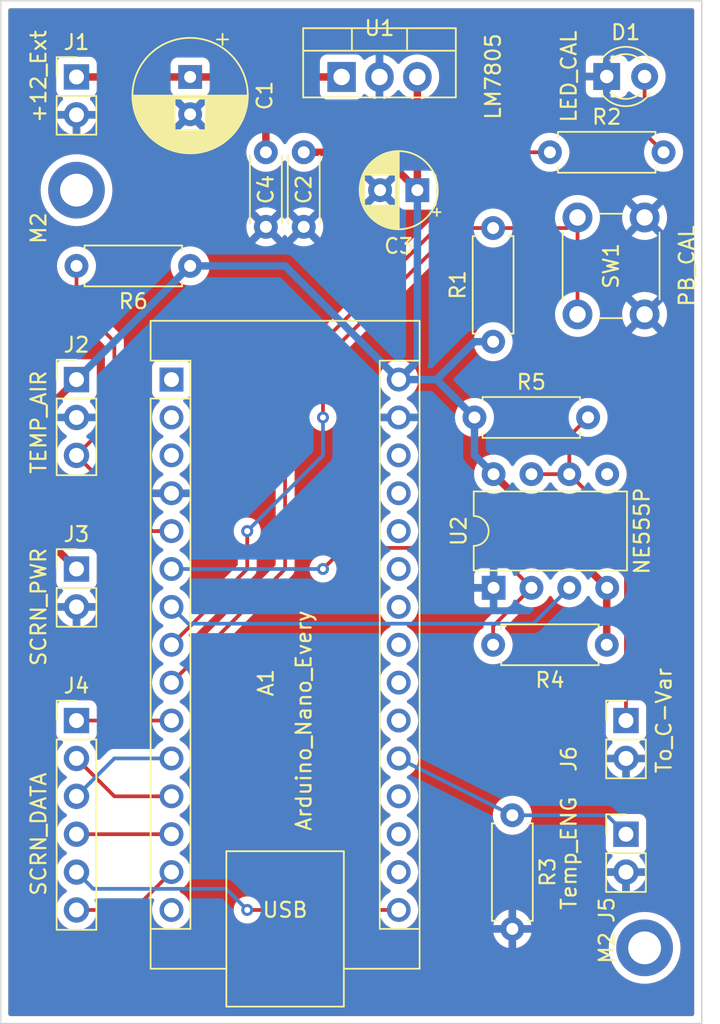
<source format=kicad_pcb>
(kicad_pcb (version 20211014) (generator pcbnew)
  (layers (0 "F.Cu" signal) (31 "B.Cu" signal) (34 "B.Paste" user) (35 "F.Paste" user) (36 "B.SilkS" user "B.Silkscreen") (37 "F.SilkS" user "F.Silkscreen") (38 "B.Mask" user) (39 "F.Mask" user) (44 "Edge.Cuts" user))
  (net 0 "")
  (net 4 "GND")
  (net 5 "/DATA")
  (net 6 "Pulse Trig")
  (net 7 "Out")
  (net 8 "Net-(A1-Pad8)")
  (net 9 "Net-(A1-Pad9)")
  (net 10 "/BUSY-D7")
  (net 11 "/DC-D8")
  (net 12 "/RST-D9")
  (net 13 "/CS-D10")
  (net 14 "/DIN-MOSI{slash}D11")
  (net 16 "/CLK-SCK{slash}D13")
  (net 20 "/U_Sonde")
  (net 29 "+5V")
  (net 30 "Net-(C1-Pad1)")
  (net 31 "Net-(D1-Pad2)")
  (net 32 "Net-(J6-Pad1)")
  (footprint "Capacitor_THT:CP_Radial_D7.5mm_P2.50mm" (layer "F.Cu") (at 95.23 66.07 -90)
    (fp_text reference "C1" (at 1.25 -5 -90) (layer "F.SilkS"))
    (fp_text value "100uF")
    (pad "1" thru_hole rect (at 0 0 270) (size 1.6 1.6) (drill 0.8) (layers *.Cu *.Mask) (net 30 "Net-(C1-Pad1)"))
    (pad "2" thru_hole circle (at 2.5 0 270) (size 1.6 1.6) (drill 0.8) (layers *.Cu *.Mask) (net 4 "GND"))
  )
  (footprint "Connector_PinHeader_2.54mm:PinHeader_1x02_P2.54mm_Vertical" (layer "F.Cu") (at 124.46 109.22)
    (fp_text reference "J6" (at -3.83 2.57 90) (layer "F.SilkS"))
    (fp_text value "To_C-Var" (at 2.54 0 90) (layer "F.SilkS"))
    (pad "1" thru_hole rect (at 0 0) (size 1.7 1.7) (drill 1) (layers *.Cu *.Mask) (net 32 "Net-(J6-Pad1)"))
    (pad "2" thru_hole oval (at 0 2.54) (size 1.7 1.7) (drill 1) (layers *.Cu *.Mask) (net 4 "GND"))
  )
  (footprint "Capacitor_THT:C_Disc_D4.3mm_W1.9mm_P5.00mm" (layer "F.Cu") (at 100.31 71.12 -90)
    (fp_text reference "C4" (at 2.5 0 90) (layer "F.SilkS"))
    (fp_text value "100nF")
    (pad "1" thru_hole circle (at 0 0 270) (size 1.6 1.6) (drill 0.8) (layers *.Cu *.Mask) (net 30 "Net-(C1-Pad1)"))
    (pad "2" thru_hole circle (at 5 0 270) (size 1.6 1.6) (drill 0.8) (layers *.Cu *.Mask) (net 4 "GND"))
  )
  (footprint "Resistor_THT:R_Axial_DIN0207_L6.3mm_D2.5mm_P7.62mm_Horizontal" (layer "F.Cu") (at 116.84 115.57 -90)
    (fp_text reference "R3" (at 3.81 -2.37 -90) (layer "F.SilkS"))
    (fp_text value "DIV")
    (pad "1" thru_hole circle (at 0 0 270) (size 1.6 1.6) (drill 0.8) (layers *.Cu *.Mask) (net 20 "/U_Sonde"))
    (pad "2" thru_hole oval (at 7.62 0 270) (size 1.6 1.6) (drill 0.8) (layers *.Cu *.Mask) (net 4 "GND"))
  )
  (footprint "Button_Switch_THT:SW_PUSH_6mm_H4.3mm" (layer "F.Cu") (at 125.71 75.49 -90)
    (fp_text reference "SW1" (at 3.25 2.25 90) (layer "F.SilkS"))
    (fp_text value "PB_CAL" (at 3.25 -2.83 90) (layer "F.SilkS"))
    (pad "1" thru_hole circle (at 0 0) (size 2 2) (drill 1.1) (layers *.Cu *.Mask) (net 4 "GND"))
    (pad "1" thru_hole circle (at 6.5 0) (size 2 2) (drill 1.1) (layers *.Cu *.Mask) (net 4 "GND"))
    (pad "2" thru_hole circle (at 0 4.5) (size 2 2) (drill 1.1) (layers *.Cu *.Mask) (net 8 "Net-(A1-Pad8)"))
    (pad "2" thru_hole circle (at 6.5 4.5) (size 2 2) (drill 1.1) (layers *.Cu *.Mask) (net 8 "Net-(A1-Pad8)"))
  )
  (footprint "MountingHole:MountingHole_2.2mm_M2_DIN965_Pad" (layer "F.Cu") (at 87.61 73.66)
    (fp_text reference "M2" (at -2.54 2.54 90) (layer "F.SilkS"))
    (fp_text value "M2")
    (pad "1" thru_hole circle (at 0 0) (size 3.8 3.8) (drill 2.2) (layers *.Cu *.Mask))
  )
  (footprint "Resistor_THT:R_Axial_DIN0207_L6.3mm_D2.5mm_P7.62mm_Horizontal" (layer "F.Cu") (at 123.17 104.14 180)
    (fp_text reference "R4" (at 3.81 -2.37 180) (layer "F.SilkS"))
    (fp_text value "1k")
    (pad "1" thru_hole circle (at 0 0 180) (size 1.6 1.6) (drill 0.8) (layers *.Cu *.Mask) (net 29 "+5V"))
    (pad "2" thru_hole oval (at 7.62 0 180) (size 1.6 1.6) (drill 0.8) (layers *.Cu *.Mask) (net 6 "Pulse Trig"))
  )
  (footprint "Package_TO_SOT_THT:TO-220-3_Vertical" (layer "F.Cu") (at 105.39 66.07)
    (fp_text reference "U1" (at 2.54 -3.27) (layer "F.SilkS"))
    (fp_text value "LM7805" (at 10.16 -0.03 90) (layer "F.SilkS"))
    (pad "1" thru_hole rect (at 0 0) (size 1.905 2) (drill 1.1) (layers *.Cu *.Mask) (net 30 "Net-(C1-Pad1)"))
    (pad "2" thru_hole oval (at 2.54 0) (size 1.905 2) (drill 1.1) (layers *.Cu *.Mask) (net 4 "GND"))
    (pad "3" thru_hole oval (at 5.08 0) (size 1.905 2) (drill 1.1) (layers *.Cu *.Mask) (net 29 "+5V"))
  )
  (footprint "Resistor_THT:R_Axial_DIN0207_L6.3mm_D2.5mm_P7.62mm_Horizontal" (layer "F.Cu") (at 95.23 78.74 180)
    (fp_text reference "R6" (at 3.81 -2.37) (layer "F.SilkS"))
    (fp_text value "4k7")
    (pad "1" thru_hole circle (at 0 0 180) (size 1.6 1.6) (drill 0.8) (layers *.Cu *.Mask) (net 29 "+5V"))
    (pad "2" thru_hole oval (at 7.62 0 180) (size 1.6 1.6) (drill 0.8) (layers *.Cu *.Mask) (net 5 "/DATA"))
  )
  (footprint "Resistor_THT:R_Axial_DIN0207_L6.3mm_D2.5mm_P7.62mm_Horizontal" (layer "F.Cu") (at 119.36 71.12)
    (fp_text reference "R2" (at 3.81 -2.37) (layer "F.SilkS"))
    (fp_text value "1k")
    (pad "1" thru_hole circle (at 0 0) (size 1.6 1.6) (drill 0.8) (layers *.Cu *.Mask) (net 9 "Net-(A1-Pad9)"))
    (pad "2" thru_hole oval (at 7.62 0) (size 1.6 1.6) (drill 0.8) (layers *.Cu *.Mask) (net 31 "Net-(D1-Pad2)"))
  )
  (footprint "Capacitor_THT:C_Disc_D4.3mm_W1.9mm_P5.00mm" (layer "F.Cu") (at 102.85 71.12 -90)
    (fp_text reference "C2" (at 2.5 0 90) (layer "F.SilkS"))
    (fp_text value "100nF")
    (pad "1" thru_hole circle (at 0 0 270) (size 1.6 1.6) (drill 0.8) (layers *.Cu *.Mask) (net 29 "+5V"))
    (pad "2" thru_hole circle (at 5 0 270) (size 1.6 1.6) (drill 0.8) (layers *.Cu *.Mask) (net 4 "GND"))
  )
  (footprint "Connector_PinHeader_2.54mm:PinHeader_1x02_P2.54mm_Vertical" (layer "F.Cu") (at 87.61 99.06)
    (fp_text reference "J3" (at 0 -2.33) (layer "F.SilkS"))
    (fp_text value "SCRN_PWR" (at -2.54 2.54 90) (layer "F.SilkS"))
    (pad "1" thru_hole rect (at 0 0) (size 1.7 1.7) (drill 1) (layers *.Cu *.Mask) (net 29 "+5V"))
    (pad "2" thru_hole oval (at 0 2.54) (size 1.7 1.7) (drill 1) (layers *.Cu *.Mask) (net 4 "GND"))
  )
  (footprint "Capacitor_THT:CP_Radial_D5.0mm_P2.50mm" (layer "F.Cu") (at 110.47 73.66 180)
    (fp_text reference "C3" (at 1.25 -3.75) (layer "F.SilkS"))
    (fp_text value "1uF")
    (pad "1" thru_hole rect (at 0 0 180) (size 1.6 1.6) (drill 0.8) (layers *.Cu *.Mask) (net 29 "+5V"))
    (pad "2" thru_hole circle (at 2.5 0 180) (size 1.6 1.6) (drill 0.8) (layers *.Cu *.Mask) (net 4 "GND"))
  )
  (footprint "Resistor_THT:R_Axial_DIN0207_L6.3mm_D2.5mm_P7.62mm_Horizontal" (layer "F.Cu") (at 115.55 83.82 90)
    (fp_text reference "R1" (at 3.81 -2.37 90) (layer "F.SilkS"))
    (fp_text value "10K")
    (pad "1" thru_hole circle (at 0 0 90) (size 1.6 1.6) (drill 0.8) (layers *.Cu *.Mask) (net 29 "+5V"))
    (pad "2" thru_hole oval (at 7.62 0 90) (size 1.6 1.6) (drill 0.8) (layers *.Cu *.Mask) (net 8 "Net-(A1-Pad8)"))
  )
  (footprint "Connector_PinHeader_2.54mm:PinHeader_1x06_P2.54mm_Vertical" (layer "F.Cu") (at 87.61 109.22)
    (fp_text reference "J4" (at 0 -2.33) (layer "F.SilkS"))
    (fp_text value "SCRN_DATA" (at -2.54 7.62 90) (layer "F.SilkS"))
    (pad "1" thru_hole rect (at 0 0) (size 1.7 1.7) (drill 1) (layers *.Cu *.Mask) (net 10 "/BUSY-D7"))
    (pad "2" thru_hole oval (at 0 2.54) (size 1.7 1.7) (drill 1) (layers *.Cu *.Mask) (net 12 "/RST-D9"))
    (pad "3" thru_hole oval (at 0 5.08) (size 1.7 1.7) (drill 1) (layers *.Cu *.Mask) (net 11 "/DC-D8"))
    (pad "4" thru_hole oval (at 0 7.62) (size 1.7 1.7) (drill 1) (layers *.Cu *.Mask) (net 13 "/CS-D10"))
    (pad "5" thru_hole oval (at 0 10.16) (size 1.7 1.7) (drill 1) (layers *.Cu *.Mask) (net 16 "/CLK-SCK{slash}D13"))
    (pad "6" thru_hole oval (at 0 12.7) (size 1.7 1.7) (drill 1) (layers *.Cu *.Mask) (net 14 "/DIN-MOSI{slash}D11"))
  )
  (footprint "Package_DIP:DIP-8_W7.62mm" (layer "F.Cu") (at 115.58 100.32 90)
    (fp_text reference "U2" (at 3.81 -2.33 90) (layer "F.SilkS"))
    (fp_text value "NE555P" (at 3.81 9.95 90) (layer "F.SilkS"))
    (pad "1" thru_hole rect (at 0 0 90) (size 1.6 1.6) (drill 0.8) (layers *.Cu *.Mask) (net 4 "GND"))
    (pad "2" thru_hole oval (at 0 2.54 90) (size 1.6 1.6) (drill 0.8) (layers *.Cu *.Mask) (net 6 "Pulse Trig"))
    (pad "3" thru_hole oval (at 0 5.08 90) (size 1.6 1.6) (drill 0.8) (layers *.Cu *.Mask) (net 7 "Out"))
    (pad "4" thru_hole oval (at 0 7.62 90) (size 1.6 1.6) (drill 0.8) (layers *.Cu *.Mask) (net 29 "+5V"))
    (pad "5" thru_hole oval (at 7.62 7.62 90) (size 1.6 1.6) (drill 0.8) (layers *.Cu *.Mask))
    (pad "6" thru_hole oval (at 7.62 5.08 90) (size 1.6 1.6) (drill 0.8) (layers *.Cu *.Mask) (net 32 "Net-(J6-Pad1)"))
    (pad "7" thru_hole oval (at 7.62 2.54 90) (size 1.6 1.6) (drill 0.8) (layers *.Cu *.Mask) (net 32 "Net-(J6-Pad1)"))
    (pad "8" thru_hole oval (at 7.62 0 90) (size 1.6 1.6) (drill 0.8) (layers *.Cu *.Mask) (net 29 "+5V"))
  )
  (footprint "Module:Arduino_Nano" (layer "F.Cu") (at 93.98 86.36)
    (fp_text reference "A1" (at 6.33 20.32 90) (layer "F.SilkS"))
    (fp_text value "Arduino_Nano_Every" (at 8.87 22.86 270) (layer "F.SilkS"))
    (fp_text user "USB" (at 7.62 35.56 unlocked) (layer "F.SilkS"))
    (pad "1" thru_hole rect (at 0 0) (size 1.6 1.6) (drill 1) (layers *.Cu *.Mask))
    (pad "2" thru_hole oval (at 0 2.54) (size 1.6 1.6) (drill 1) (layers *.Cu *.Mask))
    (pad "3" thru_hole oval (at 0 5.08) (size 1.6 1.6) (drill 1) (layers *.Cu *.Mask))
    (pad "4" thru_hole oval (at 0 7.62) (size 1.6 1.6) (drill 1) (layers *.Cu *.Mask) (net 4 "GND"))
    (pad "5" thru_hole oval (at 0 10.16) (size 1.6 1.6) (drill 1) (layers *.Cu *.Mask) (net 5 "/DATA"))
    (pad "6" thru_hole oval (at 0 12.7) (size 1.6 1.6) (drill 1) (layers *.Cu *.Mask) (net 6 "Pulse Trig"))
    (pad "7" thru_hole oval (at 0 15.24) (size 1.6 1.6) (drill 1) (layers *.Cu *.Mask) (net 7 "Out"))
    (pad "8" thru_hole oval (at 0 17.78) (size 1.6 1.6) (drill 1) (layers *.Cu *.Mask) (net 8 "Net-(A1-Pad8)"))
    (pad "9" thru_hole oval (at 0 20.32) (size 1.6 1.6) (drill 1) (layers *.Cu *.Mask) (net 9 "Net-(A1-Pad9)"))
    (pad "10" thru_hole oval (at 0 22.86) (size 1.6 1.6) (drill 1) (layers *.Cu *.Mask) (net 10 "/BUSY-D7"))
    (pad "11" thru_hole oval (at 0 25.4) (size 1.6 1.6) (drill 1) (layers *.Cu *.Mask) (net 11 "/DC-D8"))
    (pad "12" thru_hole oval (at 0 27.94) (size 1.6 1.6) (drill 1) (layers *.Cu *.Mask) (net 12 "/RST-D9"))
    (pad "13" thru_hole oval (at 0 30.48) (size 1.6 1.6) (drill 1) (layers *.Cu *.Mask) (net 13 "/CS-D10"))
    (pad "14" thru_hole oval (at 0 33.02) (size 1.6 1.6) (drill 1) (layers *.Cu *.Mask) (net 14 "/DIN-MOSI{slash}D11"))
    (pad "15" thru_hole oval (at 0 35.56) (size 1.6 1.6) (drill 1) (layers *.Cu *.Mask))
    (pad "16" thru_hole oval (at 15.24 35.56) (size 1.6 1.6) (drill 1) (layers *.Cu *.Mask) (net 16 "/CLK-SCK{slash}D13"))
    (pad "17" thru_hole oval (at 15.24 33.02) (size 1.6 1.6) (drill 1) (layers *.Cu *.Mask))
    (pad "18" thru_hole oval (at 15.24 30.48) (size 1.6 1.6) (drill 1) (layers *.Cu *.Mask))
    (pad "19" thru_hole oval (at 15.24 27.94) (size 1.6 1.6) (drill 1) (layers *.Cu *.Mask))
    (pad "20" thru_hole oval (at 15.24 25.4) (size 1.6 1.6) (drill 1) (layers *.Cu *.Mask) (net 20 "/U_Sonde"))
    (pad "21" thru_hole oval (at 15.24 22.86) (size 1.6 1.6) (drill 1) (layers *.Cu *.Mask))
    (pad "22" thru_hole oval (at 15.24 20.32) (size 1.6 1.6) (drill 1) (layers *.Cu *.Mask))
    (pad "23" thru_hole oval (at 15.24 17.78) (size 1.6 1.6) (drill 1) (layers *.Cu *.Mask))
    (pad "24" thru_hole oval (at 15.24 15.24) (size 1.6 1.6) (drill 1) (layers *.Cu *.Mask))
    (pad "25" thru_hole oval (at 15.24 12.7) (size 1.6 1.6) (drill 1) (layers *.Cu *.Mask))
    (pad "26" thru_hole oval (at 15.24 10.16) (size 1.6 1.6) (drill 1) (layers *.Cu *.Mask))
    (pad "27" thru_hole oval (at 15.24 7.62) (size 1.6 1.6) (drill 1) (layers *.Cu *.Mask))
    (pad "28" thru_hole oval (at 15.24 5.08) (size 1.6 1.6) (drill 1) (layers *.Cu *.Mask))
    (pad "29" thru_hole oval (at 15.24 2.54) (size 1.6 1.6) (drill 1) (layers *.Cu *.Mask) (net 4 "GND"))
    (pad "30" thru_hole oval (at 15.24 0) (size 1.6 1.6) (drill 1) (layers *.Cu *.Mask) (net 29 "+5V"))
  )
  (footprint "MountingHole:MountingHole_2.2mm_M2_DIN965_Pad" (layer "F.Cu") (at 125.71 124.46)
    (fp_text reference "M2" (at -2.54 0 90) (layer "F.SilkS"))
    (fp_text value "M2")
    (pad "1" thru_hole circle (at 0 0) (size 3.8 3.8) (drill 2.2) (layers *.Cu *.Mask))
  )
  (footprint "Connector_PinHeader_2.54mm:PinHeader_1x03_P2.54mm_Vertical" (layer "F.Cu") (at 87.61 86.36)
    (fp_text reference "J2" (at 0 -2.33) (layer "F.SilkS"))
    (fp_text value "TEMP_AIR" (at -2.54 2.8575 90) (layer "F.SilkS"))
    (pad "1" thru_hole rect (at 0 0) (size 1.7 1.7) (drill 1) (layers *.Cu *.Mask) (net 29 "+5V"))
    (pad "2" thru_hole oval (at 0 2.54) (size 1.7 1.7) (drill 1) (layers *.Cu *.Mask) (net 4 "GND"))
    (pad "3" thru_hole oval (at 0 5.08) (size 1.7 1.7) (drill 1) (layers *.Cu *.Mask) (net 5 "/DATA"))
  )
  (footprint "Connector_PinHeader_2.54mm:PinHeader_1x02_P2.54mm_Vertical" (layer "F.Cu") (at 87.61 66.07)
    (fp_text reference "J1" (at 0 -2.33) (layer "F.SilkS"))
    (fp_text value "+12_Ext" (at -2.54 -0.03 90) (layer "F.SilkS"))
    (pad "1" thru_hole rect (at 0 0) (size 1.7 1.7) (drill 1) (layers *.Cu *.Mask) (net 30 "Net-(C1-Pad1)"))
    (pad "2" thru_hole oval (at 0 2.54) (size 1.7 1.7) (drill 1) (layers *.Cu *.Mask) (net 4 "GND"))
  )
  (footprint "Connector_PinHeader_2.54mm:PinHeader_1x02_P2.54mm_Vertical" (layer "F.Cu") (at 124.46 116.84)
    (fp_text reference "J5" (at -1.29 5.08 270) (layer "F.SilkS"))
    (fp_text value "Temp_ENG" (at -3.83 1.27 90) (layer "F.SilkS"))
    (pad "1" thru_hole rect (at 0 0) (size 1.7 1.7) (drill 1) (layers *.Cu *.Mask) (net 20 "/U_Sonde"))
    (pad "2" thru_hole oval (at 0 2.54) (size 1.7 1.7) (drill 1) (layers *.Cu *.Mask) (net 4 "GND"))
  )
  (footprint "Resistor_THT:R_Axial_DIN0207_L6.3mm_D2.5mm_P7.62mm_Horizontal" (layer "F.Cu") (at 114.3 88.9)
    (fp_text reference "R5" (at 3.81 -2.37) (layer "F.SilkS"))
    (fp_text value "1M")
    (pad "1" thru_hole circle (at 0 0) (size 1.6 1.6) (drill 0.8) (layers *.Cu *.Mask) (net 29 "+5V"))
    (pad "2" thru_hole oval (at 7.62 0) (size 1.6 1.6) (drill 0.8) (layers *.Cu *.Mask) (net 32 "Net-(J6-Pad1)"))
  )
  (footprint "LED_THT:LED_D3.0mm" (layer "F.Cu") (at 123.17 66.04)
    (fp_text reference "D1" (at 1.27 -2.96) (layer "F.SilkS"))
    (fp_text value "LED_CAL" (at -2.54 0 90) (layer "F.SilkS"))
    (pad "1" thru_hole rect (at 0 0) (size 1.8 1.8) (drill 0.9) (layers *.Cu *.Mask) (net 4 "GND"))
    (pad "2" thru_hole circle (at 2.54 0) (size 1.8 1.8) (drill 0.9) (layers *.Cu *.Mask) (net 31 "Net-(D1-Pad2)"))
  )
  (gr_line (start 82.53 60.96) (end 129.54 60.96) (layer "Edge.Cuts") (width 0.1))
  (gr_line (start 82.53 129.54) (end 82.53 60.96) (layer "Edge.Cuts") (width 0.1))
  (gr_line (start 129.54 60.96) (end 129.54 129.54) (layer "Edge.Cuts") (width 0.1))
  (gr_line (start 129.54 129.54) (end 82.53 129.54) (layer "Edge.Cuts") (width 0.1))
  (segment (start 90.15 83.82) (end 90.15 88.9) (width 0.25) (layer "F.Cu") (net 5))
  (segment (start 90.15 88.9) (end 87.61 91.44) (width 0.25) (layer "F.Cu") (net 5))
  (segment (start 87.61 81.28) (end 90.15 83.82) (width 0.25) (layer "F.Cu") (net 5))
  (segment (start 92.69 96.52) (end 93.98 96.52) (width 0.25) (layer "F.Cu") (net 5))
  (segment (start 87.61 78.74) (end 87.61 81.28) (width 0.25) (layer "F.Cu") (net 5))
  (segment (start 87.61 91.44) (end 92.69 96.52) (width 0.25) (layer "F.Cu") (net 5))
  (segment (start 105.555 97.645) (end 115.445 97.645) (width 0.25) (layer "F.Cu") (net 6))
  (segment (start 115.55 102.89) (end 118.12 100.32) (width 0.25) (layer "F.Cu") (net 6))
  (segment (start 115.445 97.645) (end 118.12 100.32) (width 0.25) (layer "F.Cu") (net 6))
  (segment (start 104.14 99.06) (end 105.555 97.645) (width 0.25) (layer "F.Cu") (net 6))
  (segment (start 115.55 104.14) (end 115.55 102.89) (width 0.25) (layer "F.Cu") (net 6))
  (via (at 104.14 99.06) (size 0.8) (drill 0.4) (layers "F.Cu" "B.Cu") (net 6))
  (segment (start 104.14 99.06) (end 93.98 99.06) (width 0.25) (layer "B.Cu") (net 6))
  (segment (start 118.255 102.725) (end 120.66 100.32) (width 0.25) (layer "B.Cu") (net 7))
  (segment (start 93.98 101.6) (end 95.105 102.725) (width 0.25) (layer "B.Cu") (net 7))
  (segment (start 95.105 102.725) (end 118.255 102.725) (width 0.25) (layer "B.Cu") (net 7))
  (segment (start 104.14 85.07) (end 113.01 76.2) (width 0.25) (layer "F.Cu") (net 8))
  (segment (start 113.01 76.2) (end 115.55 76.2) (width 0.25) (layer "F.Cu") (net 8))
  (segment (start 115.55 76.2) (end 120.5 76.2) (width 0.25) (layer "F.Cu") (net 8))
  (segment (start 93.98 104.14) (end 99.06 99.06) (width 0.25) (layer "F.Cu") (net 8))
  (segment (start 99.06 99.06) (end 99.06 96.52) (width 0.25) (layer "F.Cu") (net 8))
  (segment (start 121.21 81.99) (end 121.21 75.49) (width 0.25) (layer "F.Cu") (net 8))
  (segment (start 120.5 76.2) (end 121.21 75.49) (width 0.25) (layer "F.Cu") (net 8))
  (segment (start 104.14 88.9) (end 104.14 85.07) (width 0.25) (layer "F.Cu") (net 8))
  (via (at 99.06 96.52) (size 0.8) (drill 0.4) (layers "F.Cu" "B.Cu") (net 8))
  (via (at 99.06 96.52) (size 0.8) (drill 0.4) (layers "F.Cu" "B.Cu") (net 8))
  (via (at 104.14 88.9) (size 0.8) (drill 0.4) (layers "F.Cu" "B.Cu") (net 8))
  (segment (start 99.06 96.52) (end 104.14 91.44) (width 0.25) (layer "B.Cu") (net 8))
  (segment (start 104.14 91.44) (end 104.14 88.9) (width 0.25) (layer "B.Cu") (net 8))
  (segment (start 93.98 106.68) (end 101.6 99.06) (width 0.25) (layer "F.Cu") (net 9))
  (segment (start 116.84 71.12) (end 119.36 71.12) (width 0.25) (layer "F.Cu") (net 9))
  (segment (start 101.6 86.36) (end 116.84 71.12) (width 0.25) (layer "F.Cu") (net 9))
  (segment (start 101.6 99.06) (end 101.6 86.36) (width 0.25) (layer "F.Cu") (net 9))
  (segment (start 87.61 109.22) (end 93.98 109.22) (width 0.25) (layer "F.Cu") (net 10))
  (segment (start 87.61 114.3) (end 90.15 111.76) (width 0.25) (layer "B.Cu") (net 11))
  (segment (start 90.15 111.76) (end 93.98 111.76) (width 0.25) (layer "B.Cu") (net 11))
  (segment (start 87.61 111.76) (end 90.15 114.3) (width 0.25) (layer "F.Cu") (net 12))
  (segment (start 90.15 114.3) (end 93.98 114.3) (width 0.25) (layer "F.Cu") (net 12))
  (segment (start 87.61 116.84) (end 93.98 116.84) (width 0.25) (layer "F.Cu") (net 13))
  (segment (start 87.61 121.92) (end 91.44 121.92) (width 0.25) (layer "F.Cu") (net 14))
  (segment (start 91.44 121.92) (end 93.98 119.38) (width 0.25) (layer "F.Cu") (net 14))
  (segment (start 99.06 121.92) (end 109.22 121.92) (width 0.25) (layer "F.Cu") (net 16))
  (via (at 99.06 121.92) (size 0.8) (drill 0.4) (layers "F.Cu" "B.Cu") (net 16))
  (segment (start 88.735 120.505) (end 97.645 120.505) (width 0.25) (layer "B.Cu") (net 16))
  (segment (start 87.61 119.38) (end 88.735 120.505) (width 0.25) (layer "B.Cu") (net 16))
  (segment (start 97.645 120.505) (end 99.06 121.92) (width 0.25) (layer "B.Cu") (net 16))
  (segment (start 123.19 115.57) (end 124.46 116.84) (width 0.25) (layer "B.Cu") (net 20))
  (segment (start 116.84 115.57) (end 123.19 115.57) (width 0.25) (layer "B.Cu") (net 20))
  (segment (start 109.22 111.76) (end 116.84 115.57) (width 0.25) (layer "B.Cu") (net 20))
  (segment (start 102.85 71.12) (end 107.93 71.12) (width 0.5) (layer "F.Cu") (net 29))
  (segment (start 123.17 100.29) (end 123.17 104.14) (width 0.5) (layer "F.Cu") (net 29))
  (segment (start 110.47 71.12) (end 110.47 72.41) (width 0.5) (layer "F.Cu") (net 29))
  (segment (start 115.58 92.7) (end 123.17 100.29) (width 0.5) (layer "F.Cu") (net 29))
  (segment (start 87.61 99.06) (end 85.07 96.52) (width 0.5) (layer "F.Cu") (net 29))
  (segment (start 85.07 96.52) (end 85.07 88.9) (width 0.5) (layer "F.Cu") (net 29))
  (segment (start 107.93 71.12) (end 110.47 73.66) (width 0.5) (layer "F.Cu") (net 29))
  (segment (start 110.47 66.07) (end 110.47 71.12) (width 0.5) (layer "F.Cu") (net 29))
  (segment (start 85.07 88.9) (end 87.61 86.36) (width 0.5) (layer "F.Cu") (net 29))
  (segment (start 110.47 72.41) (end 110.47 73.66) (width 0.5) (layer "F.Cu") (net 29))
  (segment (start 111.76 86.36) (end 114.3 88.9) (width 0.5) (layer "B.Cu") (net 29))
  (segment (start 114.3 83.82) (end 115.55 83.82) (width 0.5) (layer "B.Cu") (net 29))
  (segment (start 95.23 78.74) (end 87.61 86.36) (width 0.5) (layer "B.Cu") (net 29))
  (segment (start 110.47 73.66) (end 110.47 85.11) (width 0.5) (layer "B.Cu") (net 29))
  (segment (start 95.23 78.74) (end 101.6 78.74) (width 0.5) (layer "B.Cu") (net 29))
  (segment (start 114.3 91.42) (end 115.58 92.7) (width 0.5) (layer "B.Cu") (net 29))
  (segment (start 110.47 85.11) (end 109.22 86.36) (width 0.5) (layer "B.Cu") (net 29))
  (segment (start 101.6 78.74) (end 109.22 86.36) (width 0.5) (layer "B.Cu") (net 29))
  (segment (start 114.3 88.9) (end 114.3 91.42) (width 0.5) (layer "B.Cu") (net 29))
  (segment (start 111.76 86.36) (end 114.3 83.82) (width 0.5) (layer "B.Cu") (net 29))
  (segment (start 109.22 86.36) (end 111.76 86.36) (width 0.5) (layer "B.Cu") (net 29))
  (segment (start 87.61 66.07) (end 95.23 66.07) (width 0.5) (layer "F.Cu") (net 30))
  (segment (start 100.28 66.07) (end 105.39 66.07) (width 0.5) (layer "F.Cu") (net 30))
  (segment (start 100.31 66.1) (end 100.28 66.07) (width 0.25) (layer "F.Cu") (net 30))
  (segment (start 100.31 71.12) (end 100.31 66.1) (width 0.5) (layer "F.Cu") (net 30))
  (segment (start 95.23 66.07) (end 100.28 66.07) (width 0.5) (layer "F.Cu") (net 30))
  (segment (start 125.71 69.85) (end 126.98 71.12) (width 0.25) (layer "F.Cu") (net 31))
  (segment (start 125.71 66.04) (end 125.71 69.85) (width 0.25) (layer "F.Cu") (net 31))
  (segment (start 118.12 92.7) (end 120.66 92.7) (width 0.25) (layer "F.Cu") (net 32))
  (segment (start 120.66 92.7) (end 120.66 90.16) (width 0.25) (layer "F.Cu") (net 32))
  (segment (start 120.66 90.16) (end 121.92 88.9) (width 0.25) (layer "F.Cu") (net 32))
  (segment (start 124.46 96.5) (end 124.46 109.22) (width 0.25) (layer "F.Cu") (net 32))
  (segment (start 120.66 92.7) (end 124.46 96.5) (width 0.25) (layer "F.Cu") (net 32))
  (zone (net 4) (net_name "GND") (layer "F.Cu") (connect_pads (clearance 0.508)) (min_thickness 0.254) (fill yes (thermal_gap 0.508) (thermal_bridge_width 0.508))
    (polygon (pts (xy 130.79 129.54) (xy 82.53 129.54) (xy 82.53 60.96) (xy 130.79 60.96)))
  )
  (zone (net 4) (net_name "GND") (layer "B.Cu") (connect_pads (clearance 0.508)) (min_thickness 0.254) (fill yes (thermal_gap 0.508) (thermal_bridge_width 0.508))
    (polygon (pts (xy 130.79 129.54) (xy 82.53 129.54) (xy 82.53 60.96) (xy 130.79 60.96)))
  )
)
</source>
